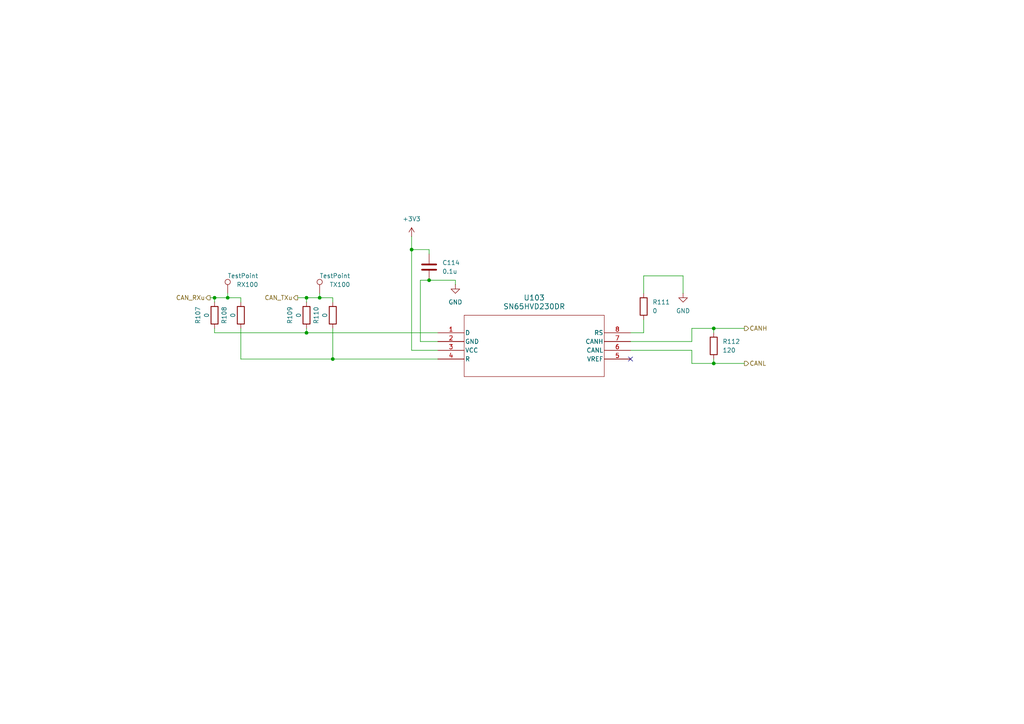
<source format=kicad_sch>
(kicad_sch (version 20231120) (generator "eeschema") (generator_version "8.0")
  (paper "A4")
  (lib_symbols
    (symbol "Connector:TestPoint" (pin_numbers hide) (pin_names (offset 0.762) hide)
      (property "Reference" "TP" (at 0 6.858 0))
      (property "Value" "TestPoint" (at 0 5.08 0))
      (symbol "TestPoint_0_1"
        (circle (center 0 3.302) (radius 0.762))
      )
      (symbol "TestPoint_1_1"
        (pin passive line (at 0 0 90) (length 2.54) (name "1") (number "1"))
      )
    )
    (symbol "Device:C" (pin_numbers hide) (pin_names (offset 0.254))
      (property "Reference" "C" (at 0.635 2.54 0))
      (property "Value" "C" (at 0.635 -2.54 0))
      (symbol "C_0_1"
        (polyline (pts (xy -2.032 -0.762) (xy 2.032 -0.762)) (stroke (width 0.508)))
        (polyline (pts (xy -2.032 0.762) (xy 2.032 0.762)) (stroke (width 0.508)))
      )
      (symbol "C_1_1"
        (pin passive line (at 0 3.81 270) (length 2.794) (name "~") (number "1"))
        (pin passive line (at 0 -3.81 90) (length 2.794) (name "~") (number "2"))
      )
    )
    (symbol "Device:R" (pin_numbers hide) (pin_names (offset 0))
      (property "Reference" "R" (at 2.032 0 90))
      (property "Value" "R" (at 0 0 90))
      (symbol "R_0_1"
        (rectangle (start -1.016 -2.54) (end 1.016 2.54) (stroke (width 0.254)))
      )
      (symbol "R_1_1"
        (pin passive line (at 0 3.81 270) (length 1.27) (name "~") (number "1"))
        (pin passive line (at 0 -3.81 90) (length 1.27) (name "~") (number "2"))
      )
    )
    (symbol "SN65HVD230DR:SN65HVD230DR" (pin_names (offset 0.254))
      (property "Reference" "U" (at 27.94 10.16 0))
      (property "Value" "SN65HVD230DR" (at 27.94 7.62 0))
      (symbol "SN65HVD230DR_0_1"
        (polyline (pts (xy 7.62 -12.7) (xy 48.26 -12.7)) (stroke (width 0.127)))
        (polyline (pts (xy 7.62 5.08) (xy 7.62 -12.7)) (stroke (width 0.127)))
        (polyline (pts (xy 48.26 -12.7) (xy 48.26 5.08)) (stroke (width 0.127)))
        (polyline (pts (xy 48.26 5.08) (xy 7.62 5.08)) (stroke (width 0.127)))
        (pin input line (at 0 0 0) (length 7.62) (name "D") (number "1"))
        (pin power_in line (at 0 -2.54 0) (length 7.62) (name "GND") (number "2"))
        (pin power_in line (at 0 -5.08 0) (length 7.62) (name "VCC") (number "3"))
        (pin input line (at 0 -7.62 0) (length 7.62) (name "R") (number "4"))
        (pin power_in line (at 55.88 -7.62 180) (length 7.62) (name "VREF") (number "5"))
        (pin output line (at 55.88 -5.08 180) (length 7.62) (name "CANL") (number "6"))
        (pin output line (at 55.88 -2.54 180) (length 7.62) (name "CANH") (number "7"))
        (pin input line (at 55.88 0 180) (length 7.62) (name "RS") (number "8"))
      )
    )
    (symbol "power:+3V3" (power) (pin_numbers hide) (pin_names (offset 0) hide)
      (property "Value" "+3V3" (at 0 3.556 0))
      (symbol "+3V3_0_1"
        (polyline (pts (xy -0.762 1.27) (xy 0 2.54)))
        (polyline (pts (xy 0 0) (xy 0 2.54)))
        (polyline (pts (xy 0 2.54) (xy 0.762 1.27)))
      )
      (symbol "+3V3_1_1"
        (pin power_in line (at 0 0 90) (length 0) (name "~") (number "1"))
      )
    )
    (symbol "power:GND" (power) (pin_numbers hide) (pin_names (offset 0) hide)
      (property "Value" "GND" (at 0 -3.81 0))
      (symbol "GND_0_1"
        (polyline (pts (xy 0 0) (xy 0 -1.27) (xy 1.27 -1.27) (xy 0 -2.54) (xy -1.27 -1.27) (xy 0 -1.27)))
      )
      (symbol "GND_1_1"
        (pin power_in line (at 0 0 270) (length 0) (name "~") (number "1"))
      )
    )
  )
  (junction (at 119.38 72.39))
  (junction (at 207.01 105.41))
  (junction (at 207.01 95.25))
  (junction (at 124.46 81.28))
  (junction (at 66.04 86.36))
  (junction (at 62.23 86.36))
  (junction (at 96.52 104.14))
  (junction (at 88.9 86.36))
  (junction (at 92.71 86.36))
  (junction (at 88.9 96.52))
  (no_connect (at 182.88 104.14))
  (wire (pts (xy 200.66 95.25) (xy 207.01 95.25)))
  (wire (pts (xy 186.69 96.52) (xy 186.69 92.71)))
  (wire (pts (xy 119.38 101.6) (xy 119.38 72.39)))
  (wire (pts (xy 96.52 104.14) (xy 96.52 95.25)))
  (wire (pts (xy 207.01 104.14) (xy 207.01 105.41)))
  (wire (pts (xy 127 104.14) (xy 96.52 104.14)))
  (wire (pts (xy 119.38 72.39) (xy 124.46 72.39)))
  (wire (pts (xy 182.88 96.52) (xy 186.69 96.52)))
  (wire (pts (xy 69.85 95.25) (xy 69.85 104.14)))
  (wire (pts (xy 132.08 82.55) (xy 132.08 81.28)))
  (wire (pts (xy 121.92 81.28) (xy 124.46 81.28)))
  (wire (pts (xy 88.9 95.25) (xy 88.9 96.52)))
  (wire (pts (xy 96.52 87.63) (xy 96.52 86.36)))
  (wire (pts (xy 69.85 104.14) (xy 96.52 104.14)))
  (wire (pts (xy 62.23 86.36) (xy 66.04 86.36)))
  (wire (pts (xy 60.96 86.36) (xy 62.23 86.36)))
  (wire (pts (xy 66.04 85.09) (xy 66.04 86.36)))
  (wire (pts (xy 207.01 105.41) (xy 215.9 105.41)))
  (wire (pts (xy 119.38 72.39) (xy 119.38 68.58)))
  (wire (pts (xy 66.04 86.36) (xy 69.85 86.36)))
  (wire (pts (xy 88.9 86.36) (xy 88.9 87.63)))
  (wire (pts (xy 124.46 73.66) (xy 124.46 72.39)))
  (wire (pts (xy 182.88 99.06) (xy 200.66 99.06)))
  (wire (pts (xy 207.01 95.25) (xy 207.01 96.52)))
  (wire (pts (xy 198.12 85.09) (xy 198.12 80.01)))
  (wire (pts (xy 62.23 86.36) (xy 62.23 87.63)))
  (wire (pts (xy 92.71 86.36) (xy 96.52 86.36)))
  (wire (pts (xy 69.85 87.63) (xy 69.85 86.36)))
  (wire (pts (xy 198.12 80.01) (xy 186.69 80.01)))
  (wire (pts (xy 62.23 96.52) (xy 88.9 96.52)))
  (wire (pts (xy 92.71 85.09) (xy 92.71 86.36)))
  (wire (pts (xy 121.92 99.06) (xy 121.92 81.28)))
  (wire (pts (xy 182.88 101.6) (xy 200.66 101.6)))
  (wire (pts (xy 186.69 80.01) (xy 186.69 85.09)))
  (wire (pts (xy 127 101.6) (xy 119.38 101.6)))
  (wire (pts (xy 200.66 105.41) (xy 207.01 105.41)))
  (wire (pts (xy 62.23 95.25) (xy 62.23 96.52)))
  (wire (pts (xy 127 99.06) (xy 121.92 99.06)))
  (wire (pts (xy 200.66 99.06) (xy 200.66 95.25)))
  (wire (pts (xy 207.01 95.25) (xy 215.9 95.25)))
  (wire (pts (xy 124.46 81.28) (xy 132.08 81.28)))
  (wire (pts (xy 88.9 86.36) (xy 92.71 86.36)))
  (wire (pts (xy 127 96.52) (xy 88.9 96.52)))
  (wire (pts (xy 200.66 101.6) (xy 200.66 105.41)))
  (wire (pts (xy 86.36 86.36) (xy 88.9 86.36)))
  (hierarchical_label "CANL" (shape output) (at 215.9 105.41 0))
  (hierarchical_label "CAN_TXu" (shape output) (at 86.36 86.36 180))
  (hierarchical_label "CAN_RXu" (shape output) (at 60.96 86.36 180))
  (hierarchical_label "CANH" (shape output) (at 215.9 95.25 0))
  (symbol (lib_id "Device:R") (at 96.52 91.44 180) (unit 1)
    (property "Reference" "R110" (at 91.694 91.44 90))
    (property "Value" "0" (at 94.234 91.44 90))
    (property "Footprint" "Resistor_SMD:R_0603_1608Metric_Pad0.98x0.95mm_HandSolder" (effects (hide yes)))
    (property "Description" "Resistor" (effects (hide yes)))
  )
  (symbol (lib_id "power:+3V3") (at 119.38 68.58 0) (unit 1)
    (property "Reference" "#PWR0122" (effects (hide yes)))
    (property "Value" "+3V3" (at 119.38 63.5 0))
    (property "Description" "Power symbol creates a global label with name \"+3V3\"" (effects (hide yes)))
  )
  (symbol (lib_id "SN65HVD230DR:SN65HVD230DR") (at 127 96.52 0) (unit 1)
    (property "Reference" "U103" (at 154.94 86.36 0) (effects (font (size 1.524 1.524))))
    (property "Value" "SN65HVD230DR" (at 154.94 88.9 0) (effects (font (size 1.524 1.524))))
    (property "Footprint" "D8" (effects (hide yes)))
    (property "Datasheet" "SN65HVD230DR" (effects (hide yes)))
  )
  (symbol (lib_id "Device:R") (at 207.01 100.33 180) (unit 1)
    (property "Reference" "R112" (at 209.55 99.0599 0) (effects (justify right)))
    (property "Value" "120" (at 209.55 101.5999 0) (effects (justify right)))
    (property "Footprint" "Resistor_SMD:R_0603_1608Metric_Pad0.98x0.95mm_HandSolder" (effects (hide yes)))
    (property "Description" "Resistor" (effects (hide yes)))
  )
  (symbol (lib_id "power:GND") (at 198.12 85.09 0) (unit 1)
    (property "Reference" "#PWR0124" (effects (hide yes)))
    (property "Value" "GND" (at 198.12 90.17 0))
    (property "Description" "Power symbol creates a global label with name \"GND\" , ground" (effects (hide yes)))
  )
  (symbol (lib_id "Device:R") (at 62.23 91.44 180) (unit 1)
    (property "Reference" "R107" (at 57.404 91.44 90))
    (property "Value" "0" (at 59.944 91.44 90))
    (property "Footprint" "Resistor_SMD:R_0603_1608Metric_Pad0.98x0.95mm_HandSolder" (effects (hide yes)))
    (property "Description" "Resistor" (effects (hide yes)))
  )
  (symbol (lib_id "power:GND") (at 132.08 82.55 0) (unit 1)
    (property "Reference" "#PWR0123" (effects (hide yes)))
    (property "Value" "GND" (at 132.08 87.63 0))
    (property "Description" "Power symbol creates a global label with name \"GND\" , ground" (effects (hide yes)))
  )
  (symbol (lib_id "Device:R") (at 186.69 88.9 180) (unit 1)
    (property "Reference" "R111" (at 189.23 87.6299 0) (effects (justify right)))
    (property "Value" "0" (at 189.23 90.1699 0) (effects (justify right)))
    (property "Footprint" "Resistor_SMD:R_0603_1608Metric_Pad0.98x0.95mm_HandSolder" (effects (hide yes)))
    (property "Description" "Resistor" (effects (hide yes)))
  )
  (symbol (lib_id "Device:C") (at 124.46 77.47 0) (unit 1)
    (property "Reference" "C114" (at 128.27 76.1999 0) (effects (justify left)))
    (property "Value" "0.1u" (at 128.27 78.7399 0) (effects (justify left)))
    (property "Footprint" "Capacitor_SMD:C_0603_1608Metric_Pad1.08x0.95mm_HandSolder" (effects (hide yes)))
    (property "Description" "Unpolarized capacitor" (effects (hide yes)))
  )
  (symbol (lib_id "Device:R") (at 88.9 91.44 180) (unit 1)
    (property "Reference" "R109" (at 84.074 91.44 90))
    (property "Value" "0" (at 86.614 91.44 90))
    (property "Footprint" "Resistor_SMD:R_0603_1608Metric_Pad0.98x0.95mm_HandSolder" (effects (hide yes)))
    (property "Description" "Resistor" (effects (hide yes)))
  )
  (symbol (lib_id "Device:R") (at 69.85 91.44 180) (unit 1)
    (property "Reference" "R108" (at 65.024 91.44 90))
    (property "Value" "0" (at 67.564 91.44 90))
    (property "Footprint" "Resistor_SMD:R_0603_1608Metric_Pad0.98x0.95mm_HandSolder" (effects (hide yes)))
    (property "Description" "Resistor" (effects (hide yes)))
  )
  (symbol (lib_id "Connector:TestPoint") (at 66.04 85.09 0) (unit 1)
    (property "Reference" "RX100" (at 74.93 82.55 0) (effects (justify right)))
    (property "Value" "TestPoint" (at 74.93 80.01 0) (effects (justify right)))
    (property "Footprint" "TestPoint:TestPoint_Pad_D1.0mm" (effects (hide yes)))
    (property "Description" "test point" (effects (hide yes)))
  )
  (symbol (lib_id "Connector:TestPoint") (at 92.71 85.09 0) (unit 1)
    (property "Reference" "TX100" (at 101.6 82.55 0) (effects (justify right)))
    (property "Value" "TestPoint" (at 101.6 80.01 0) (effects (justify right)))
    (property "Footprint" "TestPoint:TestPoint_Pad_D1.0mm" (effects (hide yes)))
    (property "Description" "test point" (effects (hide yes)))
  )
)
</source>
